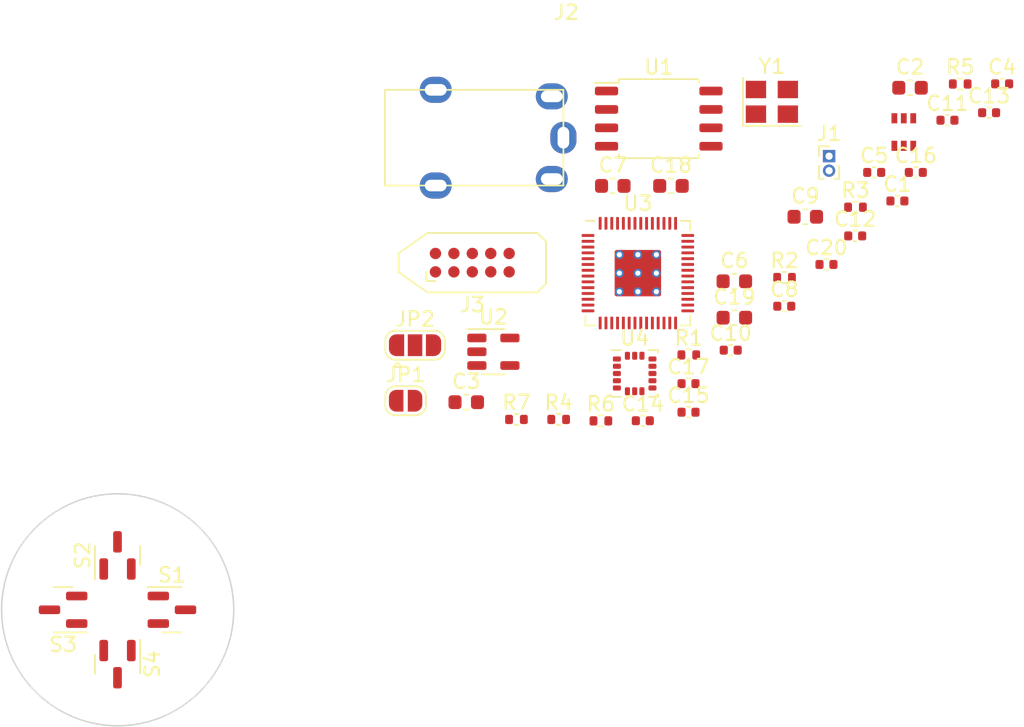
<source format=kicad_pcb>
(kicad_pcb (version 20211014) (generator pcbnew)
  (layers (0 "F.Cu" signal) (1 "In1.Cu" signal "PWR") (2 "In2.Cu" signal "GND") (31 "B.Cu" signal) (34 "B.Paste" user) (35 "F.Paste" user) (36 "B.SilkS" user "B.Silkscreen") (37 "F.SilkS" user "F.Silkscreen") (38 "B.Mask" user) (39 "F.Mask" user) (44 "Edge.Cuts" user))
  (net 0 "")
  (net 1 "+3V3")
  (net 2 "GND")
  (net 3 "+5V")
  (net 4 "Net-(C4-Pad2)")
  (net 5 "Net-(C5-Pad2)")
  (net 6 "+1V1")
  (net 7 "board_sda")
  (net 8 "board_scl")
  (net 9 "SWDIO")
  (net 10 "SWCLK")
  (net 11 "dbg_rx")
  (net 13 "dbg_tx")
  (net 15 "PRESSURE")
  (net 16 "SENS4")
  (net 17 "Net-(JP1-Pad2)")
  (net 18 "ADC4")
  (net 19 "QSPI_CS")
  (net 20 "Net-(R7-Pad2)")
  (net 21 "MUX_OUT")
  (net 22 "Net-(U3-Pad4)")
  (net 23 "Net-(U3-Pad5)")
  (net 24 "SENS1")
  (net 25 "QSPI_SD1")
  (net 26 "QSPI_SD2")
  (net 27 "QSPI_SD0")
  (net 28 "QSPI_SCLK")
  (net 29 "QSPI_SD3")
  (net 30 "SENS2")
  (net 31 "SENS3")
  (net 50 "ADC4_SEL")
  (footprint "misc:54-00174" (layer "F.Cu") (at 197.075 85.435)
    (fp_text reference "J2" (at 12.5 -8.65) (layer "F.SilkS"))
    (fp_text value "50-00174")
    (fp_line (start 12.3 -3.3) (end 12.3 3.3) (layer "F.SilkS") (width 0.12))
    (fp_line (start 0 3.3) (end 0 -3.3) (layer "F.SilkS") (width 0.12))
    (fp_line (start 0 -3.3) (end 12.3 -3.3) (layer "F.SilkS") (width 0.12))
    (fp_line (start 12.3 3.3) (end 0 3.3) (layer "F.SilkS") (width 0.12))
    (pad "" np_thru_hole circle locked (at 9 0) (size 1.2 1.2) (drill 1.2) (layers *.Cu *.Mask))
    (pad "" np_thru_hole circle locked (at 2 0) (size 1.2 1.2) (drill 1.2) (layers *.Cu *.Mask))
    (pad "1" thru_hole oval locked (at 12.3 0 90) (size 2.2 1.8) (drill oval 1.5 0.8) (layers *.Cu *.Mask) (net 3 "+5V"))
    (pad "2" thru_hole oval locked (at 11.5 -2.85) (size 2.2 1.8) (drill oval 1.5 0.8) (layers *.Cu *.Mask) (net 8 "board_scl"))
    (pad "3" thru_hole oval locked (at 11.5 2.85) (size 2.2 1.8) (drill oval 1.5 0.8) (layers *.Cu *.Mask) (net 7 "board_sda"))
    (pad "4" thru_hole oval locked (at 3.5 -3.3) (size 2.2 1.8) (drill oval 1.5 0.8) (layers *.Cu *.Mask) (net 2 "GND"))
    (pad "4" thru_hole oval locked (at 3.5 3.3) (size 2.2 1.8) (drill oval 1.5 0.8) (layers *.Cu *.Mask) (net 2 "GND"))
  )
  (footprint "Resistor_SMD:R_0402_1005Metric" (layer "F.Cu") (at 224.62 95.08)
    (fp_text reference "R2" (at 0 -1.17) (layer "F.SilkS"))
    (fp_text value "10k")
    (fp_line (start -0.153641 0.38) (end 0.153641 0.38) (layer "F.SilkS") (width 0.12))
    (fp_line (start -0.153641 -0.38) (end 0.153641 -0.38) (layer "F.SilkS") (width 0.12))
    (pad "1" smd roundrect (at -0.51 0) (size 0.54 0.64) (layers "F.Cu" "F.Paste" "F.Mask") (net 1 "+3V3"))
    (pad "2" smd roundrect (at 0.51 0) (size 0.54 0.64) (layers "F.Cu" "F.Paste" "F.Mask") (net 22 "Net-(U3-Pad4)"))
  )
  (footprint "Resistor_SMD:R_0402_1005Metric" (layer "F.Cu") (at 209.05 104.87)
    (fp_text reference "R4" (at 0 -1.17) (layer "F.SilkS"))
    (fp_text value "10K")
    (fp_line (start -0.153641 -0.38) (end 0.153641 -0.38) (layer "F.SilkS") (width 0.12))
    (fp_line (start -0.153641 0.38) (end 0.153641 0.38) (layer "F.SilkS") (width 0.12))
    (pad "1" smd roundrect (at -0.51 0) (size 0.54 0.64) (layers "F.Cu" "F.Paste" "F.Mask") (net 19 "QSPI_CS"))
    (pad "2" smd roundrect (at 0.51 0) (size 0.54 0.64) (layers "F.Cu" "F.Paste" "F.Mask") (net 1 "+3V3"))
  )
  (footprint "Capacitor_SMD:C_0603_1608Metric" (layer "F.Cu") (at 221.16 95.34)
    (fp_text reference "C6" (at 0 -1.43) (layer "F.SilkS"))
    (fp_text value "100nF")
    (fp_line (start -0.14058 0.51) (end 0.14058 0.51) (layer "F.SilkS") (width 0.12))
    (fp_line (start -0.14058 -0.51) (end 0.14058 -0.51) (layer "F.SilkS") (width 0.12))
    (pad "1" smd roundrect (at -0.775 0) (size 0.9 0.95) (layers "F.Cu" "F.Paste" "F.Mask") (net 1 "+3V3"))
    (pad "2" smd roundrect (at 0.775 0) (size 0.9 0.95) (layers "F.Cu" "F.Paste" "F.Mask") (net 2 "GND"))
  )
  (footprint "Capacitor_SMD:C_0402_1005Metric" (layer "F.Cu") (at 218 102.4)
    (fp_text reference "C17" (at 0 -1.16) (layer "F.SilkS"))
    (fp_text value "0.1u")
    (fp_line (start -0.107836 0.36) (end 0.107836 0.36) (layer "F.SilkS") (width 0.12))
    (fp_line (start -0.107836 -0.36) (end 0.107836 -0.36) (layer "F.SilkS") (width 0.12))
    (pad "1" smd roundrect (at -0.48 0) (size 0.56 0.62) (layers "F.Cu" "F.Paste" "F.Mask") (net 1 "+3V3"))
    (pad "2" smd roundrect (at 0.48 0) (size 0.56 0.62) (layers "F.Cu" "F.Paste" "F.Mask") (net 2 "GND"))
  )
  (footprint "Capacitor_SMD:C_0402_1005Metric" (layer "F.Cu") (at 238.72 83.71)
    (fp_text reference "C13" (at 0 -1.16) (layer "F.SilkS"))
    (fp_text value "0.1u")
    (fp_line (start -0.107836 0.36) (end 0.107836 0.36) (layer "F.SilkS") (width 0.12))
    (fp_line (start -0.107836 -0.36) (end 0.107836 -0.36) (layer "F.SilkS") (width 0.12))
    (pad "1" smd roundrect (at -0.48 0) (size 0.56 0.62) (layers "F.Cu" "F.Paste" "F.Mask") (net 1 "+3V3"))
    (pad "2" smd roundrect (at 0.48 0) (size 0.56 0.62) (layers "F.Cu" "F.Paste" "F.Mask") (net 2 "GND"))
  )
  (footprint "Capacitor_SMD:C_0402_1005Metric" (layer "F.Cu") (at 239.62 81.72)
    (fp_text reference "C4" (at 0 -1.16) (layer "F.SilkS"))
    (fp_text value "12p")
    (fp_line (start -0.107836 -0.36) (end 0.107836 -0.36) (layer "F.SilkS") (width 0.12))
    (fp_line (start -0.107836 0.36) (end 0.107836 0.36) (layer "F.SilkS") (width 0.12))
    (pad "1" smd roundrect (at -0.48 0) (size 0.56 0.62) (layers "F.Cu" "F.Paste" "F.Mask") (net 2 "GND"))
    (pad "2" smd roundrect (at 0.48 0) (size 0.56 0.62) (layers "F.Cu" "F.Paste" "F.Mask") (net 4 "Net-(C4-Pad2)"))
  )
  (footprint "magslide_keys:MagHole" (layer "F.Cu") (at 178.64 118)
    (fp_text reference "H1" hide)
    (fp_text value "MountingHole")
    (pad "" np_thru_hole circle (at 0 0) (size 2.3 2.3) (drill 2.3) (layers F&B.Cu *.Mask))
  )
  (footprint "Package_TO_SOT_SMD:SOT-23" (layer "F.Cu") (at 178.64 121.75 -90)
    (fp_text reference "S4" (at 0 -2.4 90) (layer "F.SilkS"))
    (fp_text value "OH49E-S")
    (fp_line (start 0 1.56) (end 0.65 1.56) (layer "F.SilkS") (width 0.12))
    (fp_line (start 0 -1.56) (end 0.65 -1.56) (layer "F.SilkS") (width 0.12))
    (fp_line (start 0 -1.56) (end -1.675 -1.56) (layer "F.SilkS") (width 0.12))
    (fp_line (start 0 1.56) (end -0.65 1.56) (layer "F.SilkS") (width 0.12))
    (pad "1" smd roundrect (at -0.9375 -0.95 270) (size 1.475 0.6) (layers "F.Cu" "F.Paste" "F.Mask") (net 1 "+3V3"))
    (pad "2" smd roundrect (at -0.9375 0.95 270) (size 1.475 0.6) (layers "F.Cu" "F.Paste" "F.Mask") (net 16 "SENS4"))
    (pad "3" smd roundrect (at 0.9375 0 270) (size 1.475 0.6) (layers "F.Cu" "F.Paste" "F.Mask") (net 2 "GND"))
  )
  (footprint "Capacitor_SMD:C_0603_1608Metric" (layer "F.Cu") (at 202.68 103.68)
    (fp_text reference "C3" (at 0 -1.43) (layer "F.SilkS"))
    (fp_text value "10uF")
    (fp_line (start -0.14058 -0.51) (end 0.14058 -0.51) (layer "F.SilkS") (width 0.12))
    (fp_line (start -0.14058 0.51) (end 0.14058 0.51) (layer "F.SilkS") (width 0.12))
    (pad "1" smd roundrect (at -0.775 0) (size 0.9 0.95) (layers "F.Cu" "F.Paste" "F.Mask") (net 3 "+5V"))
    (pad "2" smd roundrect (at 0.775 0) (size 0.9 0.95) (layers "F.Cu" "F.Paste" "F.Mask") (net 2 "GND"))
  )
  (footprint "Capacitor_SMD:C_0402_1005Metric" (layer "F.Cu") (at 232.4 89.8)
    (fp_text reference "C1" (at 0 -1.16) (layer "F.SilkS"))
    (fp_text value "0.1u")
    (fp_line (start -0.107836 -0.36) (end 0.107836 -0.36) (layer "F.SilkS") (width 0.12))
    (fp_line (start -0.107836 0.36) (end 0.107836 0.36) (layer "F.SilkS") (width 0.12))
    (pad "1" smd roundrect (at -0.48 0) (size 0.56 0.62) (layers "F.Cu" "F.Paste" "F.Mask") (net 1 "+3V3"))
    (pad "2" smd roundrect (at 0.48 0) (size 0.56 0.62) (layers "F.Cu" "F.Paste" "F.Mask") (net 2 "GND"))
  )
  (footprint "Capacitor_SMD:C_0402_1005Metric" (layer "F.Cu") (at 235.85 84.23)
    (fp_text reference "C11" (at 0 -1.16) (layer "F.SilkS"))
    (fp_text value "0.1u")
    (fp_line (start -0.107836 -0.36) (end 0.107836 -0.36) (layer "F.SilkS") (width 0.12))
    (fp_line (start -0.107836 0.36) (end 0.107836 0.36) (layer "F.SilkS") (width 0.12))
    (pad "1" smd roundrect (at -0.48 0) (size 0.56 0.62) (layers "F.Cu" "F.Paste" "F.Mask") (net 1 "+3V3"))
    (pad "2" smd roundrect (at 0.48 0) (size 0.56 0.62) (layers "F.Cu" "F.Paste" "F.Mask") (net 2 "GND"))
  )
  (footprint "Capacitor_SMD:C_0603_1608Metric" (layer "F.Cu") (at 226.05 90.89)
    (fp_text reference "C9" (at 0 -1.43) (layer "F.SilkS"))
    (fp_text value "1u")
    (fp_line (start -0.14058 0.51) (end 0.14058 0.51) (layer "F.SilkS") (width 0.12))
    (fp_line (start -0.14058 -0.51) (end 0.14058 -0.51) (layer "F.SilkS") (width 0.12))
    (pad "1" smd roundrect (at -0.775 0) (size 0.9 0.95) (layers "F.Cu" "F.Paste" "F.Mask") (net 6 "+1V1"))
    (pad "2" smd roundrect (at 0.775 0) (size 0.9 0.95) (layers "F.Cu" "F.Paste" "F.Mask") (net 2 "GND"))
  )
  (footprint "Resistor_SMD:R_0402_1005Metric" (layer "F.Cu") (at 211.96 104.97)
    (fp_text reference "R6" (at 0 -1.17) (layer "F.SilkS"))
    (fp_text value "10k")
    (fp_line (start -0.153641 0.38) (end 0.153641 0.38) (layer "F.SilkS") (width 0.12))
    (fp_line (start -0.153641 -0.38) (end 0.153641 -0.38) (layer "F.SilkS") (width 0.12))
    (pad "1" smd roundrect (at -0.51 0) (size 0.54 0.64) (layers "F.Cu" "F.Paste" "F.Mask") (net 2 "GND"))
    (pad "2" smd roundrect (at 0.51 0) (size 0.54 0.64) (layers "F.Cu" "F.Paste" "F.Mask") (net 15 "PRESSURE"))
  )
  (footprint "Resistor_SMD:R_0402_1005Metric" (layer "F.Cu") (at 236.73 81.73)
    (fp_text reference "R5" (at 0 -1.17) (layer "F.SilkS"))
    (fp_text value "10k")
    (fp_line (start -0.153641 0.38) (end 0.153641 0.38) (layer "F.SilkS") (width 0.12))
    (fp_line (start -0.153641 -0.38) (end 0.153641 -0.38) (layer "F.SilkS") (width 0.12))
    (pad "1" smd roundrect (at -0.51 0) (size 0.54 0.64) (layers "F.Cu" "F.Paste" "F.Mask") (net 1 "+3V3"))
    (pad "2" smd roundrect (at 0.51 0) (size 0.54 0.64) (layers "F.Cu" "F.Paste" "F.Mask") (net 23 "Net-(U3-Pad5)"))
  )
  (footprint "Resistor_SMD:R_0402_1005Metric" (layer "F.Cu") (at 218.02 100.42)
    (fp_text reference "R1" (at 0 -1.17) (layer "F.SilkS"))
    (fp_text value "4.7k")
    (fp_line (start -0.153641 -0.38) (end 0.153641 -0.38) (layer "F.SilkS") (width 0.12))
    (fp_line (start -0.153641 0.38) (end 0.153641 0.38) (layer "F.SilkS") (width 0.12))
    (pad "1" smd roundrect (at -0.51 0) (size 0.54 0.64) (layers "F.Cu" "F.Paste" "F.Mask") (net 1 "+3V3"))
    (pad "2" smd roundrect (at 0.51 0) (size 0.54 0.64) (layers "F.Cu" "F.Paste" "F.Mask") (net 8 "board_scl"))
  )
  (footprint "Capacitor_SMD:C_0603_1608Metric" (layer "F.Cu") (at 233.27 81.99)
    (fp_text reference "C2" (at 0 -1.43) (layer "F.SilkS"))
    (fp_text value "10uF")
    (fp_line (start -0.14058 0.51) (end 0.14058 0.51) (layer "F.SilkS") (width 0.12))
    (fp_line (start -0.14058 -0.51) (end 0.14058 -0.51) (layer "F.SilkS") (width 0.12))
    (pad "1" smd roundrect (at -0.775 0) (size 0.9 0.95) (layers "F.Cu" "F.Paste" "F.Mask") (net 3 "+5V"))
    (pad "2" smd roundrect (at 0.775 0) (size 0.9 0.95) (layers "F.Cu" "F.Paste" "F.Mask") (net 2 "GND"))
  )
  (footprint "Crystal:Crystal_SMD_3225-4Pin_3.2x2.5mm" (layer "F.Cu") (at 223.75 82.96)
    (fp_text reference "Y1" (at 0 -2.45) (layer "F.SilkS"))
    (fp_text value "12Mhz")
    (fp_line (start -2 1.65) (end 2 1.65) (layer "F.SilkS") (width 0.12))
    (fp_line (start -2 -1.65) (end -2 1.65) (layer "F.SilkS") (width 0.12))
    (pad "1" smd rect (at -1.1 0.85) (size 1.4 1.2) (layers "F.Cu" "F.Paste" "F.Mask") (net 5 "Net-(C5-Pad2)"))
    (pad "2" smd rect (at 1.1 0.85) (size 1.4 1.2) (layers "F.Cu" "F.Paste" "F.Mask") (net 2 "GND"))
    (pad "3" smd rect (at 1.1 -0.85) (size 1.4 1.2) (layers "F.Cu" "F.Paste" "F.Mask") (net 4 "Net-(C4-Pad2)"))
    (pad "4" smd rect (at -1.1 -0.85) (size 1.4 1.2) (layers "F.Cu" "F.Paste" "F.Mask") (net 2 "GND"))
  )
  (footprint "Resistor_SMD:R_0402_1005Metric" (layer "F.Cu") (at 229.51 90.23)
    (fp_text reference "R3" (at 0 -1.17) (layer "F.SilkS"))
    (fp_text value "4.7k")
    (fp_line (start -0.153641 -0.38) (end 0.153641 -0.38) (layer "F.SilkS") (width 0.12))
    (fp_line (start -0.153641 0.38) (end 0.153641 0.38) (layer "F.SilkS") (width 0.12))
    (pad "1" smd roundrect (at -0.51 0) (size 0.54 0.64) (layers "F.Cu" "F.Paste" "F.Mask") (net 1 "+3V3"))
    (pad "2" smd roundrect (at 0.51 0) (size 0.54 0.64) (layers "F.Cu" "F.Paste" "F.Mask") (net 7 "board_sda"))
  )
  (footprint "Capacitor_SMD:C_0402_1005Metric" (layer "F.Cu") (at 230.8 87.83)
    (fp_text reference "C5" (at 0 -1.16) (layer "F.SilkS"))
    (fp_text value "12p")
    (fp_line (start -0.107836 0.36) (end 0.107836 0.36) (layer "F.SilkS") (width 0.12))
    (fp_line (start -0.107836 -0.36) (end 0.107836 -0.36) (layer "F.SilkS") (width 0.12))
    (pad "1" smd roundrect (at -0.48 0) (size 0.56 0.62) (layers "F.Cu" "F.Paste" "F.Mask") (net 2 "GND"))
    (pad "2" smd roundrect (at 0.48 0) (size 0.56 0.62) (layers "F.Cu" "F.Paste" "F.Mask") (net 5 "Net-(C5-Pad2)"))
  )
  (footprint "Capacitor_SMD:C_0603_1608Metric" (layer "F.Cu") (at 212.78 88.76)
    (fp_text reference "C7" (at 0 -1.43) (layer "F.SilkS"))
    (fp_text value "10uF")
    (fp_line (start -0.14058 0.51) (end 0.14058 0.51) (layer "F.SilkS") (width 0.12))
    (fp_line (start -0.14058 -0.51) (end 0.14058 -0.51) (layer "F.SilkS") (width 0.12))
    (pad "1" smd roundrect (at -0.775 0) (size 0.9 0.95) (layers "F.Cu" "F.Paste" "F.Mask") (net 1 "+3V3"))
    (pad "2" smd roundrect (at 0.775 0) (size 0.9 0.95) (layers "F.Cu" "F.Paste" "F.Mask") (net 2 "GND"))
  )
  (footprint "Capacitor_SMD:C_0402_1005Metric" (layer "F.Cu") (at 229.49 92.21)
    (fp_text reference "C12" (at 0 -1.16) (layer "F.SilkS"))
    (fp_text value "0.1u")
    (fp_line (start -0.107836 0.36) (end 0.107836 0.36) (layer "F.SilkS") (width 0.12))
    (fp_line (start -0.107836 -0.36) (end 0.107836 -0.36) (layer "F.SilkS") (width 0.12))
    (pad "1" smd roundrect (at -0.48 0) (size 0.56 0.62) (layers "F.Cu" "F.Paste" "F.Mask") (net 1 "+3V3"))
    (pad "2" smd roundrect (at 0.48 0) (size 0.56 0.62) (layers "F.Cu" "F.Paste" "F.Mask") (net 2 "GND"))
  )
  (footprint "Capacitor_SMD:C_0402_1005Metric" (layer "F.Cu") (at 227.51 94.18)
    (fp_text reference "C20" (at 0 -1.16) (layer "F.SilkS"))
    (fp_text value "0.1u")
    (fp_line (start -0.107836 0.36) (end 0.107836 0.36) (layer "F.SilkS") (width 0.12))
    (fp_line (start -0.107836 -0.36) (end 0.107836 -0.36) (layer "F.SilkS") (width 0.12))
    (pad "1" smd roundrect (at -0.48 0) (size 0.56 0.62) (layers "F.Cu" "F.Paste" "F.Mask") (net 1 "+3V3"))
    (pad "2" smd roundrect (at 0.48 0) (size 0.56 0.62) (layers "F.Cu" "F.Paste" "F.Mask") (net 2 "GND"))
  )
  (footprint "Capacitor_SMD:C_0603_1608Metric" (layer "F.Cu") (at 216.79 88.76)
    (fp_text reference "C18" (at 0 -1.43) (layer "F.SilkS"))
    (fp_text value "100nF")
    (fp_line (start -0.14058 0.51) (end 0.14058 0.51) (layer "F.SilkS") (width 0.12))
    (fp_line (start -0.14058 -0.51) (end 0.14058 -0.51) (layer "F.SilkS") (width 0.12))
    (pad "1" smd roundrect (at -0.775 0) (size 0.9 0.95) (layers "F.Cu" "F.Paste" "F.Mask") (net 1 "+3V3"))
    (pad "2" smd roundrect (at 0.775 0) (size 0.9 0.95) (layers "F.Cu" "F.Paste" "F.Mask") (net 2 "GND"))
  )
  (footprint "Package_TO_SOT_SMD:SOT-23" (layer "F.Cu") (at 178.64 114.25 90)
    (fp_text reference "S2" (at 0 -2.4 90) (layer "F.SilkS"))
    (fp_text value "OH49E-S")
    (fp_line (start 0 1.56) (end 0.65 1.56) (layer "F.SilkS") (width 0.12))
    (fp_line (start 0 -1.56) (end -1.675 -1.56) (layer "F.SilkS") (width 0.12))
    (fp_line (start 0 1.56) (end -0.65 1.56) (layer "F.SilkS") (width 0.12))
    (fp_line (start 0 -1.56) (end 0.65 -1.56) (layer "F.SilkS") (width 0.12))
    (pad "1" smd roundrect (at -0.9375 -0.95 90) (size 1.475 0.6) (layers "F.Cu" "F.Paste" "F.Mask") (net 1 "+3V3"))
    (pad "2" smd roundrect (at -0.9375 0.95 90) (size 1.475 0.6) (layers "F.Cu" "F.Paste" "F.Mask") (net 30 "SENS2"))
    (pad "3" smd roundrect (at 0.9375 0 90) (size 1.475 0.6) (layers "F.Cu" "F.Paste" "F.Mask") (net 2 "GND"))
  )
  (footprint "Capacitor_SMD:C_0402_1005Metric" (layer "F.Cu") (at 214.85 104.96)
    (fp_text reference "C14" (at 0 -1.16) (layer "F.SilkS"))
    (fp_text value "0.1u")
    (fp_line (start -0.107836 0.36) (end 0.107836 0.36) (layer "F.SilkS") (width 0.12))
    (fp_line (start -0.107836 -0.36) (end 0.107836 -0.36) (layer "F.SilkS") (width 0.12))
    (pad "1" smd roundrect (at -0.48 0) (size 0.56 0.62) (layers "F.Cu" "F.Paste" "F.Mask") (net 1 "+3V3"))
    (pad "2" smd roundrect (at 0.48 0) (size 0.56 0.62) (layers "F.Cu" "F.Paste" "F.Mask") (net 2 "GND"))
  )
  (footprint "Capacitor_SMD:C_0402_1005Metric" (layer "F.Cu") (at 220.91 100.09)
    (fp_text reference "C10" (at 0 -1.16) (layer "F.SilkS"))
    (fp_text value "0.1u")
    (fp_line (start -0.107836 -0.36) (end 0.107836 -0.36) (layer "F.SilkS") (width 0.12))
    (fp_line (start -0.107836 0.36) (end 0.107836 0.36) (layer "F.SilkS") (width 0.12))
    (pad "1" smd roundrect (at -0.48 0) (size 0.56 0.62) (layers "F.Cu" "F.Paste" "F.Mask") (net 6 "+1V1"))
    (pad "2" smd roundrect (at 0.48 0) (size 0.56 0.62) (layers "F.Cu" "F.Paste" "F.Mask") (net 2 "GND"))
  )
  (footprint "Jumper:SolderJumper-3_P1.3mm_Open_RoundedPad1.0x1.5mm" (layer "F.Cu") (at 199.15 99.75)
    (fp_text reference "JP2" (at 0 -1.8) (layer "F.SilkS"))
    (fp_text value "SolderJumper_3_Open")
    (fp_line (start -1.2 1.2) (end -1.5 1.5) (layer "F.SilkS") (width 0.12))
    (fp_line (start 2.05 -0.3) (end 2.05 0.3) (layer "F.SilkS") (width 0.12))
    (fp_line (start -2.05 0.3) (end -2.05 -0.3) (layer "F.SilkS") (width 0.12))
    (fp_line (start -1.5 1.5) (end -0.9 1.5) (layer "F.SilkS") (width 0.12))
    (fp_line (start -1.4 -1) (end 1.4 -1) (layer "F.SilkS") (width 0.12))
    (fp_line (start -1.2 1.2) (end -0.9 1.5) (layer "F.SilkS") (width 0.12))
    (fp_line (start 1.4 1) (end -1.4 1) (layer "F.SilkS") (width 0.12))
    (fp_arc (start -1.35 1) (mid -1.844975 0.794975) (end -2.05 0.3) (layer "F.SilkS") (width 0.12))
    (fp_arc (start 1.35 -1) (mid 1.844975 -0.794975) (end 2.05 -0.3) (layer "F.SilkS") (width 0.12))
    (fp_arc (start 2.05 0.3) (mid 1.844975 0.794975) (end 1.35 1) (layer "F.SilkS") (width 0.12))
    (fp_arc (start -2.05 -0.3) (mid -1.844975 -0.794975) (end -1.35 -1) (layer "F.SilkS") (width 0.12))
    (pad "1" smd custom (at -1.3 0) (size 1 0.5) (layers "F.Cu" "F.Mask") (net 16 "SENS4") (options (clearance outline) (anchor rect)) (primitives (gr_circle (center 0 0.25) (end 0.5 0.25) (width 0) (fill yes)) (gr_circle (center 0 -0.25) (end 0.5 -0.25) (width 0) (fill yes)) (gr_poly (pts (xy 0.55 0.75) (xy 0 0.75) (xy 0 -0.75) (xy 0.55 -0.75)) (width 0) (fill yes))))
    (pad "2" smd rect (at 0 0) (size 1 1.5) (layers "F.Cu" "F.Mask") (net 18 "ADC4"))
    (pad "3" smd custom (at 1.3 0) (size 1 0.5) (layers "F.Cu" "F.Mask") (net 21 "MUX_OUT") (options (clearance outline) (anchor rect)) (primitives (gr_circle (center 0 0.25) (end 0.5 0.25) (width 0) (fill yes)) (gr_circle (center 0 -0.25) (end 0.5 -0.25) (width 0) (fill yes)) (gr_poly (pts (xy 0 0.75) (xy -0.55 0.75) (xy -0.55 -0.75) (xy 0 -0.75)) (width 0) (fill yes))))
  )
  (footprint "Package_TO_SOT_SMD:SOT-23-5" (layer "F.Cu") (at 204.55 100.2)
    (fp_text reference "U2" (at 0 -2.4) (layer "F.SilkS"))
    (fp_text value "AP2112K-3.3")
    (fp_line (start 0 -1.56) (end -1.8 -1.56) (layer "F.SilkS") (width 0.12))
    (fp_line (start 0 1.56) (end -0.8 1.56) (layer "F.SilkS") (width 0.12))
    (fp_line (start 0 1.56) (end 0.8 1.56) (layer "F.SilkS") (width 0.12))
    (fp_line (start 0 -1.56) (end 0.8 -1.56) (layer "F.SilkS") (width 0.12))
    (pad "1" smd roundrect (at -1.1375 -0.95) (size 1.325 0.6) (layers "F.Cu" "F.Paste" "F.Mask") (net 3 "+5V"))
    (pad "2" smd roundrect (at -1.1375 0) (size 1.325 0.6) (layers "F.Cu" "F.Paste" "F.Mask") (net 2 "GND"))
    (pad "3" smd roundrect (at -1.1375 0.95) (size 1.325 0.6) (layers "F.Cu" "F.Paste" "F.Mask") (net 3 "+5V"))
    (pad "4" smd roundrect (at 1.1375 0.95) (size 1.325 0.6) (layers "F.Cu" "F.Paste" "F.Mask"))
    (pad "5" smd roundrect (at 1.1375 -0.95) (size 1.325 0.6) (layers "F.Cu" "F.Paste" "F.Mask") (net 1 "+3V3"))
  )
  (footprint "Package_LGA:LGA-16_3x3mm_P0.5mm_LayoutBorder3x5y" (layer "F.Cu") (at 214.29 101.7)
    (fp_text reference "U4" (at 0 -2.45) (layer "F.SilkS"))
    (fp_text value "LIS3DH")
    (fp_line (start 0.935 1.61) (end 1.61 1.61) (layer "F.SilkS") (width 0.12))
    (fp_line (start -0.935 -1.61) (end -1.61 -1.61) (layer "F.SilkS") (width 0.12))
    (fp_line (start 0.935 -1.61) (end 1.61 -1.61) (layer "F.SilkS") (width 0.12))
    (fp_line (start 1.61 1.61) (end 1.61 1.435) (layer "F.SilkS") (width 0.12))
    (fp_line (start -0.935 1.61) (end -1.61 1.61) (layer "F.SilkS") (width 0.12))
    (fp_line (start 1.61 -1.61) (end 1.61 -1.435) (layer "F.SilkS") (width 0.12))
    (fp_line (start -1.61 1.61) (end -1.61 1.435) (layer "F.SilkS") (width 0.12))
    (pad "1" smd roundrect (at -1.225 -1) (size 0.55 0.35) (layers "F.Cu" "F.Paste" "F.Mask") (net 1 "+3V3"))
    (pad "2" smd roundrect (at -1.225 -0.5) (size 0.55 0.35) (layers "F.Cu" "F.Paste" "F.Mask"))
    (pad "3" smd roundrect (at -1.225 0) (size 0.55 0.35) (layers "F.Cu" "F.Paste" "F.Mask"))
    (pad "4" smd roundrect (at -1.225 0.5) (size 0.55 0.35) (layers "F.Cu" "F.Paste" "F.Mask") (net 23 "Net-(U3-Pad5)"))
    (pad "5" smd roundrect (at -1.225 1) (size 0.55 0.35) (layers "F.Cu" "F.Paste" "F.Mask") (net 2 "GND"))
    (pad "6" smd roundrect (at -0.5 1.225) (size 0.35 0.55) (layers "F.Cu" "F.Paste" "F.Mask") (net 22 "Net-(U3-Pad4)"))
    (pad "7" smd roundrect (at 0 1.225) (size 0.35 0.55) (layers "F.Cu" "F.Paste" "F.Mask") (net 2 "GND"))
    (pad "8" smd roundrect (at 0.5 1.225) (size 0.35 0.55) (layers "F.Cu" "F.Paste" "F.Mask") (net 1 "+3V3"))
    (pad "9" smd roundrect (at 1.225 1) (size 0.55 0.35) (layers "F.Cu" "F.Paste" "F.Mask"))
    (pad "10" smd roundrect (at 1.225 0.5) (size 0.55 0.35) (layers "F.Cu" "F.Paste" "F.Mask") (net 2 "GND"))
    (pad "11" smd roundrect (at 1.225 0) (size 0.55 0.35) (layers "F.Cu" "F.Paste" "F.Mask"))
    (pad "12" smd roundrect (at 1.225 -0.5) (size 0.55 0.35) (layers "F.Cu" "F.Paste" "F.Mask") (net 2 "GND"))
    (pad "13" smd roundrect (at 1.225 -1) (size 0.55 0.35) (layers "F.Cu" "F.Paste" "F.Mask"))
    (pad "14" smd roundrect (at 0.5 -1.225) (size 0.35 0.55) (layers "F.Cu" "F.Paste" "F.Mask") (net 1 "+3V3"))
    (pad "15" smd roundrect (at 0 -1.225) (size 0.35 0.55) (layers "F.Cu" "F.Paste" "F.Mask"))
    (pad "16" smd roundrect (at -0.5 -1.225) (size 0.35 0.55) (layers "F.Cu" "F.Paste" "F.Mask"))
  )
  (footprint "MCU_RaspberryPi_and_Boards:RP2040-QFN-56" (layer "F.Cu") (at 214.51 94.78)
    (fp_text reference "U3" (at 0 -4.82) (layer "F.SilkS"))
    (fp_text value "RP2040")
    (fp_line (start 3.61 -3.61) (end 3.61 -2.96) (layer "F.SilkS") (width 0.12))
    (fp_line (start 2.96 3.61) (end 3.61 3.61) (layer "F.SilkS") (width 0.12))
    (fp_line (start -2.96 3.61) (end -3.61 3.61) (layer "F.SilkS") (width 0.12))
    (fp_line (start 2.96 -3.61) (end 3.61 -3.61) (layer "F.SilkS") (width 0.12))
    (fp_line (start -3.61 3.61) (end -3.61 2.96) (layer "F.SilkS") (width 0.12))
    (fp_line (start -2.96 -3.61) (end -3.61 -3.61) (layer "F.SilkS") (width 0.12))
    (fp_line (start 3.61 3.61) (end 3.61 2.96) (layer "F.SilkS") (width 0.12))
    (pad "1" smd roundrect locked (at -3.4375 -2.6) (size 0.875 0.2) (layers "F.Cu" "F.Paste" "F.Mask") (net 1 "+3V3"))
    (pad "2" smd roundrect locked (at -3.4375 -2.2) (size 0.875 0.2) (layers "F.Cu" "F.Paste" "F.Mask") (net 13 "dbg_tx"))
    (pad "3" smd roundrect locked (at -3.4375 -1.8) (size 0.875 0.2) (layers "F.Cu" "F.Paste" "F.Mask") (net 11 "dbg_rx"))
    (pad "4" smd roundrect locked (at -3.4375 -1.4) (size 0.875 0.2) (layers "F.Cu" "F.Paste" "F.Mask") (net 22 "Net-(U3-Pad4)"))
    (pad "5" smd roundrect locked (at -3.4375 -1) (size 0.875 0.2) (layers "F.Cu" "F.Paste" "F.Mask") (net 23 "Net-(U3-Pad5)"))
    (pad "6" smd roundrect locked (at -3.4375 -0.6) (size 0.875 0.2) (layers "F.Cu" "F.Paste" "F.Mask") (net 7 "board_sda"))
    (pad "7" smd roundrect locked (at -3.4375 -0.2) (size 0.875 0.2) (layers "F.Cu" "F.Paste" "F.Mask") (net 8 "board_scl"))
    (pad "8" smd roundrect locked (at -3.4375 0.2) (size 0.875 0.2) (layers "F.Cu" "F.Paste" "F.Mask"))
    (pad "9" smd roundrect locked (at -3.4375 0.6) (size 0.875 0.2) (layers "F.Cu" "F.Paste" "F.Mask"))
    (pad "10" smd roundrect locked (at -3.4375 1) (size 0.875 0.2) (layers "F.Cu" "F.Paste" "F.Mask") (net 1 "+3V3"))
    (pad "11" smd roundrect locked (at -3.4375 1.4) (size 0.875 0.2) (layers "F.Cu" "F.Paste" "F.Mask"))
    (pad "12" smd roundrect locked (at -3.4375 1.8) (size 0.875 0.2) (layers "F.Cu" "F.Paste" "F.Mask"))
    (pad "13" smd roundrect locked (at -3.4375 2.2) (size 0.875 0.2) (layers "F.Cu" "F.Paste" "F.Mask") (net 50 "ADC4_SEL"))
    (pad "14" smd roundrect locked (at -3.4375 2.6) (size 0.875 0.2) (layers "F.Cu" "F.Paste" "F.Mask"))
    (pad "15" smd roundrect locked (at -2.6 3.4375) (size 0.2 0.875) (layers "F.Cu" "F.Paste" "F.Mask"))
    (pad "16" smd roundrect locked (at -2.2 3.4375) (size 0.2 0.875) (layers "F.Cu" "F.Paste" "F.Mask"))
    (pad "17" smd roundrect locked (at -1.8 3.4375) (size 0.2 0.875) (layers "F.Cu" "F.Paste" "F.Mask"))
    (pad "18" smd roundrect locked (at -1.4 3.4375) (size 0.2 0.875) (layers "F.Cu" "F.Paste" "F.Mask"))
    (pad "19" smd roundrect locked (at -1 3.4375) (size 0.2 0.875) (layers "F.Cu" "F.Paste" "F.Mask") (net 2 "GND"))
    (pad "20" smd roundrect locked (at -0.6 3.4375) (size 0.2 0.875) (layers "F.Cu" "F.Paste" "F.Mask") (net 4 "Net-(C4-Pad2)"))
    (pad "21" smd roundrect locked (at -0.2 3.4375) (size 0.2 0.875) (layers "F.Cu" "F.Paste" "F.Mask") (net 5 "Net-(C5-Pad2)"))
    (pad "22" smd roundrect locked (at 0.2 3.4375) (size 0.2 0.875) (layers "F.Cu" "F.Paste" "F.Mask") (net 1 "+3V3"))
    (pad "23" smd roundrect locked (at 0.6 3.4375) (size 0.2 0.875) (layers "F.Cu" "F.Paste" "F.Mask") (net 6 "+1V1"))
    (pad "24" smd roundrect locked (at 1 3.4375) (size 0.2 0.875) (layers "F.Cu" "F.Paste" "F.Mask") (net 10 "SWCLK"))
    (pad "25" smd roundrect locked (at 1.4 3.4375) (size 0.2 0.875) (layers "F.Cu" "F.Paste" "F.Mask") (net 9 "SWDIO"))
    (pad "26" smd roundrect locked (at 1.8 3.4375) (size 0.2 0.875) (layers "F.Cu" "F.Paste" "F.Mask") (net 20 "Net-(R7-Pad2)"))
    (pad "27" smd roundrect locked (at 2.2 3.4375) (size 0.2 0.875) (layers "F.Cu" "F.Paste" "F.Mask"))
    (pad "28" smd roundrect locked (at 2.6 3.4375) (size 0.2 0.875) (layers "F.Cu" "F.Paste" "F.Mask"))
    (pad "29" smd roundrect locked (at 3.4375 2.6) (size 0.875 0.2) (layers "F.Cu" "F.Paste" "F.Mask"))
    (pad "30" smd roundrect locked (at 3.4375 2.2) (size 0.875 0.2) (layers "F.Cu" "F.Paste" "F.Mask"))
    (pad "31" smd roundrect locked (at 3.4375 1.8) (size 0.875 0.2) (layers "F.Cu" "F.Paste" "F.Mask"))
    (pad "32" smd roundrect locked (at 3.4375 1.4) (size 0.875 0.2) (layers "F.Cu" "F.Paste" "F.Mask"))
    (pad "33" smd roundrect locked (at 3.4375 1) (size 0.875 0.2) (layers "F.Cu" "F.Paste" "F.Mask") (net 1 "+3V3"))
    (pad "34" smd roundrect locked (at 3.4375 0.6) (size 0.875 0.2) (layers "F.Cu" "F.Paste" "F.Mask"))
    (pad "35" smd roundrect locked (at 3.4375 0.2) (size 0.875 0.2) (layers "F.Cu" "F.Paste" "F.Mask"))
    (pad "36" smd roundrect locked (at 3.4375 -0.2) (size 0.875 0.2) (layers "F.Cu" "F.Paste" "F.Mask"))
    (pad "37" smd roundrect locked (at 3.4375 -0.6) (size 0.875 0.2) (layers "F.Cu" "F.Paste" "F.Mask"))
    (pad "38" smd roundrect locked (at 3.4375 -1) (size 0.875 0.2) (layers "F.Cu" "F.Paste" "F.Mask") (net 24 "SENS1"))
    (pad "39" smd roundrect locked (at 3.4375 -1.4) (size 0.875 0.2) (layers "F.Cu" "F.Paste" "F.Mask") (net 30 "SENS2"))
    (pad "40" smd roundrect locked (at 3.4375 -1.8) (size 0.875 0.2) (layers "F.Cu" "F.Paste" "F.Mask") (net 31 "SENS3"))
    (pad "41" smd roundrect locked (at 3.4375 -2.2) (size 0.875 0.2) (layers "F.Cu" "F.Paste" "F.Mask") (net 18 "ADC4"))
    (pad "42" smd roundrect locked (at 3.4375 -2.6) (size 0.875 0.2) (layers "F.Cu" "F.Paste" "F.Mask") (net 1 "+3V3"))
    (pad "43" smd roundrect locked (at 2.6 -3.4375) (size 0.2 0.875) (layers "F.Cu" "F.Paste" "F.Mask") (net 1 "+3V3"))
    (pad "44" smd roundrect locked (at 2.2 -3.4375) (size 0.2 0.875) (layers "F.Cu" "F.Paste" "F.Mask") (net 1 "+3V3"))
    (pad "45" smd roundrect locked (at 1.8 -3.4375) (size 0.2 0.875) (layers "F.Cu" "F.Paste" "F.Mask") (net 6 "+1V1"))
    (pad "46" smd roundrect locked (at 1.4 -3.4375) (size 0.2 0.875) (layers "F.Cu" "F.Paste" "F.Mask"))
    (pad "47" smd roundrect locked (at 1 -3.4375) (size 0.2 0.875) (layers "F.Cu" "F.Paste" "F.Mask"))
    (pad "48" smd roundrect locked (at 0.6 -3.4375) (size 0.2 0.875) (layers "F.Cu" "F.Paste" "F.Mask") (net 1 "+3V3"))
    (pad "49" smd roundrect locked (at 0.2 -3.4375) (size 0.2 0.875) (layers "F.Cu" "F.Paste" "F.Mask") (net 1 "+3V3"))
    (pad "50" smd roundrect locked (at -0.2 -3.4375) (size 0.2 0.875) (layers "F.Cu" "F.Paste" "F.Mask") (net 6 "+1V1"))
    (pad "51" smd roundrect locked (at -0.6 -3.4375) (size 0.2 0.875) (layers "F.Cu" "F.Paste" "F.Mask") (net 29 "QSPI_SD3"))
    (pad "52" smd roundrect locked (at -1 -3.4375) (size 0.2 0.875) (layers "F.Cu" "F.Paste" "F.Mask") (net 28 "QSPI_SCLK"))
    (pad "53" smd roundrect locked (at -1.4 -3.4375) (size 0.2 0.875) (layers "F.Cu" "F.Paste" "F.Mask") (net 27 "QSPI_SD0"))
    (pad "54" smd roundrect locked (at -1.8 -3.4375) (size 0.2 0.875) (layers "F.Cu" "F.Paste" "F.Mask") (net 26 "QSPI_SD2"))
    (pad "55" smd roundrect locked (at -2.2 -3.4375) (size 0.2 0.875) (layers "F.Cu" "F.Paste" "F.Mask") (net 25 "QSPI_SD1"))
    (pad "56" smd roundrect locked (at -2.6 -3.4375) (size 0.2 0.875) (layers "F.Cu" "F.Paste" "F.Mask") (net 19 "QSPI_CS"))
    (pad "57" thru_hole circle locked (at -1.275 1.275) (size 0.6 0.6) (drill 0.35) (layers *.Cu) (net 2 "GND"))
    (pad "57" thru_hole circle locked (at 0 0) (size 0.6 0.6) (drill 0.35) (layers *.Cu) (net 2 "GND"))
    (pad "57" thru_hole circle locked (at -1.275 0) (size 0.6 0.6) (drill 0.35) (layers *.Cu) (net 2 "GND"))
    (pad "57" thru_hole circle locked (at 0 1.275) (size 0.6 0.6) (drill 0.35) (layers *.Cu) (net 2 "GND"))
    (pad "57" smd roundrect locked (at 0 0) (size 3.2 3.2) (layers "F.Cu" "F.Mask") (roundrect_rratio 0.045) (net 2 "GND"))
    (pad "57" thru_hole circle locked (at 1.275 1.275) (size 0.6 0.6) (drill 0.35) (layers *.Cu) (net 2 "GND"))
    (pad "57" thru_hole circle locked (at 1.275 0) (size 0.6 0.6) (drill 0.35) (layers *.Cu) (net 2 "GND"))
    (pad "57" thru_hole circle locked (at 0 -1.275) (size 0.6 0.6) (drill 0.35) (layers *.Cu) (net 2 "GND"))
    (pad "57" thru_hole circle locked (at -1.275 -1.275) (size 0.6 0.6) (drill 0.35) (layers *.Cu) (net 2 "GND"))
    (pad "57" thru_hole circle locked (at 1.275 -1.275) (size 0.6 0.6) (drill 0.35) (layers *.Cu) (net 2 "GND"))
  )
  (footprint "Resistor_SMD:R_0402_1005Metric" (layer "F.Cu") (at 206.14 104.87)
    (fp_text reference "R7" (at 0 -1.17) (layer "F.SilkS"))
    (fp_text value "1K")
    (fp_line (start -0.153641 -0.38) (end 0.153641 -0.38) (layer "F.SilkS") (width 0.12))
    (fp_line (start -0.153641 0.38) (end 0.153641 0.38) (layer "F.SilkS") (width 0.12))
    (pad "1" smd roundrect (at -0.51 0) (size 0.54 0.64) (layers "F.Cu" "F.Paste" "F.Mask") (net 1 "+3V3"))
    (pad "2" smd roundrect (at 0.51 0) (size 0.54 0.64) (layers "F.Cu" "F.Paste" "F.Mask") (net 20 "Net-(R7-Pad2)"))
  )
  (footprint "Capacitor_SMD:C_0402_1005Metric" (layer "F.Cu") (at 224.6 97.06)
    (fp_text reference "C8" (at 0 -1.16) (layer "F.SilkS"))
    (fp_text value "0.1u")
    (fp_line (start -0.107836 -0.36) (end 0.107836 -0.36) (layer "F.SilkS") (width 0.12))
    (fp_line (start -0.107836 0.36) (end 0.107836 0.36) (layer "F.SilkS") (width 0.12))
    (pad "1" smd roundrect (at -0.48 0) (size 0.56 0.62) (layers "F.Cu" "F.Paste" "F.Mask") (net 6 "+1V1"))
    (pad "2" smd roundrect (at 0.48 0) (size 0.56 0.62) (layers "F.Cu" "F.Paste" "F.Mask") (net 2 "GND"))
  )
  (footprint "Connector:Tag-Connect_TC2050-IDC-NL_2x05_P1.27mm_Vertical" (layer "F.Cu") (at 203.098 94.055)
    (fp_text reference "J3" (at 0 2.9) (layer "F.SilkS"))
    (fp_text value "Conn_02x05_Odd_Even")
    (fp_line (start 5.08 -1.45) (end 5.08 1.45) (layer "F.SilkS") (width 0.12))
    (fp_line (start -2.54 1.27) (end -3.175 1.27) (layer "F.SilkS") (width 0.12))
    (fp_line (start 4.48 2.05) (end -3.1 2.05) (layer "F.SilkS") (width 0.12))
    (fp_line (start -3.175 1.27) (end -3.175 0.635) (layer "F.SilkS") (width 0.12))
    (fp_line (start -5.08 -0.65) (end -3.1 -2.05) (layer "F.SilkS") (width 0.12))
    (fp_line (start -5.08 0.65) (end -5.08 -0.65) (layer "F.SilkS") (width 0.12))
    (fp_line (start 4.48 -2.05) (end 5.08 -1.45) (layer "F.SilkS") (width 0.12))
    (fp_line (start -3.1 2.05) (end -5.08 0.65) (layer "F.SilkS") (width 0.12))
    (fp_line (start -3.1 -2.05) (end 4.48 -2.05) (layer "F.SilkS") (width 0.12))
    (fp_line (start 4.48 2.05) (end 5.08 1.45) (layer "F.SilkS") (width 0.12))
    (pad "" np_thru_hole circle (at 3.81 -1.016) (size 0.9906 0.9906) (drill 0.9906) (layers *.Cu *.Mask))
    (pad "" np_thru_hole circle (at -3.81 0) (size 0.9906 0.9906) (drill 0.9906) (layers *.Cu *.Mask))
    (pad "" np_thru_hole circle (at 3.81 1.016) (size 0.9906 0.9906) (drill 0.9906) (layers *.Cu *.Mask))
    (pad "1" connect circle (at -2.54 0.635) (size 0.7874 0.7874) (layers "F.Cu" "F.Mask") (net 1 "+3V3"))
    (pad "2" connect circle (at -1.27 0.635) (size 0.7874 0.7874) (layers "F.Cu" "F.Mask") (net 9 "SWDIO"))
    (pad "3" connect circle (at 0 0.635) (size 0.7874 0.7874) (layers "F.Cu" "F.Mask") (net 2 "GND"))
    (pad "4" connect circle (at 1.27 0.635) (size 0.7874 0.7874) (layers "F.Cu" "F.Mask") (net 10 "SWCLK"))
    (pad "5" connect circle (at 2.54 0.635) (size 0.7874 0.7874) (layers "F.Cu" "F.Mask") (net 2 "GND"))
    (pad "6" connect circle (at 2.54 -0.635) (size 0.7874 0.7874) (layers "F.Cu" "F.Mask") (net 11 "dbg_rx"))
    (pad "7" connect circle (at 1.27 -0.635) (size 0.7874 0.7874) (layers "F.Cu" "F.Mask"))
    (pad "8" connect circle (at 0 -0.635) (size 0.7874 0.7874) (layers "F.Cu" "F.Mask") (net 13 "dbg_tx"))
    (pad "9" connect circle (at -1.27 -0.635) (size 0.7874 0.7874) (layers "F.Cu" "F.Mask") (net 2 "GND"))
    (pad "10" connect circle (at -2.54 -0.635) (size 0.7874 0.7874) (layers "F.Cu" "F.Mask"))
  )
  (footprint "Package_TO_SOT_SMD:SOT-23" (layer "F.Cu") (at 182.39 118)
    (fp_text reference "S1" (at 0 -2.4) (layer "F.SilkS"))
    (fp_text value "OH49E-S")
    (fp_line (start 0 -1.56) (end -1.675 -1.56) (layer "F.SilkS") (width 0.12))
    (fp_line (start 0 -1.56) (end 0.65 -1.56) (layer "F.SilkS") (width 0.12))
    (fp_line (start 0 1.56) (end 0.65 1.56) (layer "F.SilkS") (width 0.12))
    (fp_line (start 0 1.56) (end -0.65 1.56) (layer "F.SilkS") (width 0.12))
    (pad "1" smd roundrect (at -0.9375 -0.95) (size 1.475 0.6) (layers "F.Cu" "F.Paste" "F.Mask") (net 1 "+3V3"))
    (pad "2" smd roundrect (at -0.9375 0.95) (size 1.475 0.6) (layers "F.Cu" "F.Paste" "F.Mask") (net 24 "SENS1"))
    (pad "3" smd roundrect (at 0.9375 0) (size 1.475 0.6) (layers "F.Cu" "F.Paste" "F.Mask") (net 2 "GND"))
  )
  (footprint "Capacitor_SMD:C_0402_1005Metric" (layer "F.Cu") (at 233.67 87.83)
    (fp_text reference "C16" (at 0 -1.16) (layer "F.SilkS"))
    (fp_text value "0.1u")
    (fp_line (start -0.107836 0.36) (end 0.107836 0.36) (layer "F.SilkS") (width 0.12))
    (fp_line (start -0.107836 -0.36) (end 0.107836 -0.36) (layer "F.SilkS") (width 0.12))
    (pad "1" smd roundrect (at -0.48 0) (size 0.56 0.62) (layers "F.Cu" "F.Paste" "F.Mask") (net 1 "+3V3"))
    (pad "2" smd roundrect (at 0.48 0) (size 0.56 0.62) (layers "F.Cu" "F.Paste" "F.Mask") (net 2 "GND"))
  )
  (footprint "Connector_PinHeader_1.00mm:PinHeader_1x02_P1.00mm_Vertical" (layer "F.Cu") (at 227.69 86.71)
    (fp_text reference "J1" (at 0 -1.56) (layer "F.SilkS"))
    (fp_text value "Pressure sensor")
    (fp_line (start -0.695 0) (end -0.695 -0.685) (layer "F.SilkS") (width 0.12))
    (fp_line (start -0.695 0.685) (end -0.695 1.56) (layer "F.SilkS") (width 0.12))
    (fp_line (start 0.608276 0.685) (end 0.695 0.685) (layer "F.SilkS") (width 0.12))
    (fp_line (start -0.695 1.56) (end -0.394493 1.56) (layer "F.SilkS") (width 0.12))
    (fp_line (start -0.695 0.685) (end -0.608276 0.685) (layer "F.SilkS") (width 0.12))
    (fp_line (start 0.394493 1.56) (end 0.695 1.56) (layer "F.SilkS") (width 0.12))
    (fp_line (start 0.695 0.685) (end 0.695 1.56) (layer "F.SilkS") (width 0.12))
    (fp_line (start -0.695 -0.685) (end 0 -0.685) (layer "F.SilkS") (width 0.12))
    (pad "1" thru_hole rect (at 0 0) (size 0.85 0.85) (drill 0.5) (layers *.Cu *.Mask) (net 1 "+3V3"))
    (pad "2" thru_hole oval (at 0 1) (size 0.85 0.85) (drill 0.5) (layers *.Cu *.Mask) (net 15 "PRESSURE"))
  )
  (footprint "Capacitor_SMD:C_0603_1608Metric" (layer "F.Cu") (at 221.16 97.85)
    (fp_text reference "C19" (at 0 -1.43) (layer "F.SilkS"))
    (fp_text value "10uF")
    (fp_line (start -0.14058 0.51) (end 0.14058 0.51) (layer "F.SilkS") (width 0.12))
    (fp_line (start -0.14058 -0.51) (end 0.14058 -0.51) (layer "F.SilkS") (width 0.12))
    (pad "1" smd roundrect (at -0.775 0) (size 0.9 0.95) (layers "F.Cu" "F.Paste" "F.Mask") (net 1 "+3V3"))
    (pad "2" smd roundrect (at 0.775 0) (size 0.9 0.95) (layers "F.Cu" "F.Paste" "F.Mask") (net 2 "GND"))
  )
  (footprint "misc:SC70-6" (layer "F.Cu") (at 232.84 85.045)
    (fp_text reference "U5")
    (fp_text value "SGM3157")
    (pad "1" smd rect locked (at -0.65 0.95) (size 0.4 0.7) (layers "F.Cu" "F.Paste" "F.Mask") (net 15 "PRESSURE"))
    (pad "2" smd rect locked (at 0 0.95) (size 0.4 0.7) (layers "F.Cu" "F.Paste" "F.Mask") (net 2 "GND"))
    (pad "3" smd rect locked (at 0.65 0.95) (size 0.4 0.7) (layers "F.Cu" "F.Paste" "F.Mask") (net 17 "Net-(JP1-Pad2)"))
    (pad "4" smd rect locked (at 0.65 -0.95) (size 0.4 0.7) (layers "F.Cu" "F.Paste" "F.Mask") (net 21 "MUX_OUT"))
    (pad "5" smd rect locked (at 0 -0.95) (size 0.4 0.7) (layers "F.Cu" "F.Paste" "F.Mask") (net 1 "+3V3"))
    (pad "6" smd rect locked (at -0.65 -0.95) (size 0.4 0.7) (layers "F.Cu" "F.Paste" "F.Mask") (net 50 "ADC4_SEL"))
  )
  (footprint "Package_SO:SOP-8_5.28x5.23mm_P1.27mm" (layer "F.Cu") (at 215.95 84.12)
    (fp_text reference "U1" (at 0 -3.56) (layer "F.SilkS"))
    (fp_text value "W25Q64JV")
    (fp_line (start 0 -2.725) (end -2.75 -2.725) (layer "F.SilkS") (width 0.12))
    (fp_line (start -2.75 -2.725) (end -2.75 -2.465) (layer "F.SilkS") (width 0.12))
    (fp_line (start 2.75 -2.725) (end 2.75 -2.465) (layer "F.SilkS") (width 0.12))
    (fp_line (start -2.75 2.725) (end -2.75 2.465) (layer "F.SilkS") (width 0.12))
    (fp_line (start -2.75 -2.465) (end -4.4 -2.465) (layer "F.SilkS") (width 0.12))
    (fp_line (start 2.75 2.725) (end 2.75 2.465) (layer "F.SilkS") (width 0.12))
    (fp_line (start 0 2.725) (end 2.75 2.725) (layer "F.SilkS") (width 0.12))
    (fp_line (start 0 -2.725) (end 2.75 -2.725) (layer "F.SilkS") (width 0.12))
    (fp_line (start 0 2.725) (end -2.75 2.725) (layer "F.SilkS") (width 0.12))
    (pad "1" smd roundrect (at -3.6 -1.905) (size 1.6 0.6) (layers "F.Cu" "F.Paste" "F.Mask") (net 19 "QSPI_CS"))
    (pad "2" smd roundrect (at -3.6 -0.635) (size 1.6 0.6) (layers "F.Cu" "F.Paste" "F.Mask") (net 25 "QSPI_SD1"))
    (pad "3" smd roundrect (at -3.6 0.635) (size 1.6 0.6) (layers "F.Cu" "F.Paste" "F.Mask") (net 26 "QSPI_SD2"))
    (pad "4" smd roundrect (at -3.6 1.905) (size 1.6 0.6) (layers "F.Cu" "F.Paste" "F.Mask") (net 2 "GND"))
    (pad "5" smd roundrect (at 3.6 1.905) (size 1.6 0.6) (layers "F.Cu" "F.Paste" "F.Mask") (net 27 "QSPI_SD0"))
    (pad "6" smd roundrect (at 3.6 0.635) (size 1.6 0.6) (layers "F.Cu" "F.Paste" "F.Mask") (net 28 "QSPI_SCLK"))
    (pad "7" smd roundrect (at 3.6 -0.635) (size 1.6 0.6) (layers "F.Cu" "F.Paste" "F.Mask") (net 29 "QSPI_SD3"))
    (pad "8" smd roundrect (at 3.6 -1.905) (size 1.6 0.6) (layers "F.Cu" "F.Paste" "F.Mask") (net 1 "+3V3"))
  )
  (footprint "Capacitor_SMD:C_0402_1005Metric" (layer "F.Cu") (at 218 104.37)
    (fp_text reference "C15" (at 0 -1.16) (layer "F.SilkS"))
    (fp_text value "0.1u")
    (fp_line (start -0.107836 -0.36) (end 0.107836 -0.36) (layer "F.SilkS") (width 0.12))
    (fp_line (start -0.107836 0.36) (end 0.107836 0.36) (layer "F.SilkS") (width 0.12))
    (pad "1" smd roundrect (at -0.48 0) (size 0.56 0.62) (layers "F.Cu" "F.Paste" "F.Mask") (net 1 "+3V3"))
    (pad "2" smd roundrect (at 0.48 0) (size 0.56 0.62) (layers "F.Cu" "F.Paste" "F.Mask") (net 2 "GND"))
  )
  (footprint "Package_TO_SOT_SMD:SOT-23" (layer "F.Cu") (at 174.89 118 180)
    (fp_text reference "S3" (at 0 -2.4) (layer "F.SilkS"))
    (fp_text value "OH49E-S")
    (fp_line (start 0 -1.56) (end -1.675 -1.56) (layer "F.SilkS") (width 0.12))
    (fp_line (start 0 -1.56) (end 0.65 -1.56) (layer "F.SilkS") (width 0.12))
    (fp_line (start 0 1.56) (end -0.65 1.56) (layer "F.SilkS") (width 0.12))
    (fp_line (start 0 1.56) (end 0.65 1.56) (layer "F.SilkS") (width 0.12))
    (pad "1" smd roundrect (at -0.9375 -0.95 180) (size 1.475 0.6) (layers "F.Cu" "F.Paste" "F.Mask") (net 1 "+3V3"))
    (pad "2" smd roundrect (at -0.9375 0.95 180) (size 1.475 0.6) (layers "F.Cu" "F.Paste" "F.Mask") (net 31 "SENS3"))
    (pad "3" smd roundrect (at 0.9375 0 180) (size 1.475 0.6) (layers "F.Cu" "F.Paste" "F.Mask") (net 2 "GND"))
  )
  (footprint "Jumper:SolderJumper-2_P1.3mm_Open_RoundedPad1.0x1.5mm" (layer "F.Cu") (at 198.5 103.58)
    (fp_text reference "JP1" (at 0 -1.8) (layer "F.SilkS"))
    (fp_text value "SolderJumper_2_Open")
    (fp_line (start -1.4 0.3) (end -1.4 -0.3) (layer "F.SilkS") (width 0.12))
    (fp_line (start 1.4 -0.3) (end 1.4 0.3) (layer "F.SilkS") (width 0.12))
    (fp_line (start -0.7 -1) (end 0.7 -1) (layer "F.SilkS") (width 0.12))
    (fp_line (start 0.7 1) (end -0.7 1) (layer "F.SilkS") (width 0.12))
    (fp_arc (start -0.7 1) (mid -1.194975 0.794975) (end -1.4 0.3) (layer "F.SilkS") (width 0.12))
    (fp_arc (start 1.4 0.3) (mid 1.194975 0.794975) (end 0.7 1) (layer "F.SilkS") (width 0.12))
    (fp_arc (start -1.4 -0.3) (mid -1.194975 -0.794975) (end -0.7 -1) (layer "F.SilkS") (width 0.12))
    (fp_arc (start 0.7 -1) (mid 1.194975 -0.794975) (end 1.4 -0.3) (layer "F.SilkS") (width 0.12))
    (pad "1" smd custom (at -0.65 0) (size 1 0.5) (layers "F.Cu" "F.Mask") (net 16 "SENS4") (options (clearance outline) (anchor rect)) (primitives (gr_circle (center 0 0.25) (end 0.5 0.25) (width 0) (fill yes)) (gr_circle (center 0 -0.25) (end 0.5 -0.25) (width 0) (fill yes)) (gr_poly (pts (xy 0.5 0.75) (xy 0 0.75) (xy 0 -0.75) (xy 0.5 -0.75)) (width 0) (fill yes))))
    (pad "2" smd custom (at 0.65 0) (size 1 0.5) (layers "F.Cu" "F.Mask") (net 17 "Net-(JP1-Pad2)") (options (clearance outline) (anchor rect)) (primitives (gr_circle (center 0 0.25) (end 0.5 0.25) (width 0) (fill yes)) (gr_circle (center 0 -0.25) (end 0.5 -0.25) (width 0) (fill yes)) (gr_poly (pts (xy 0 0.75) (xy -0.5 0.75) (xy -0.5 -0.75) (xy 0 -0.75)) (width 0) (fill yes))))
  )
  (gr_circle (center 178.65 118) (end 186.65 118) (layer "Edge.Cuts") (width 0.1) (fill none))
)
</source>
